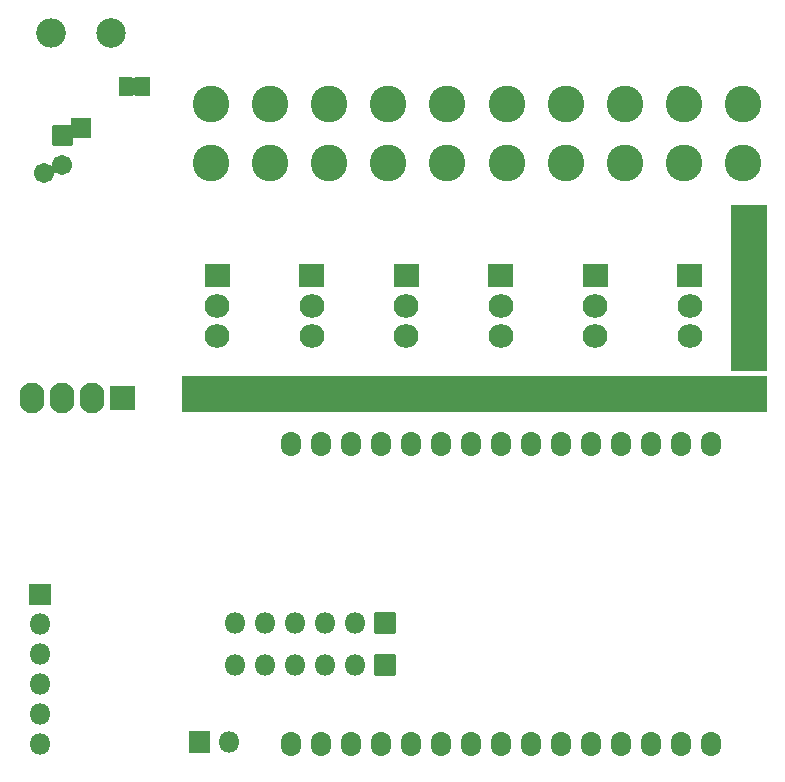
<source format=gbr>
%TF.GenerationSoftware,KiCad,Pcbnew,(5.1.7)-1*%
%TF.CreationDate,2020-11-01T18:23:12+02:00*%
%TF.ProjectId,esp32_mc_dimmer,65737033-325f-46d6-935f-64696d6d6572,rev?*%
%TF.SameCoordinates,Original*%
%TF.FileFunction,Soldermask,Bot*%
%TF.FilePolarity,Negative*%
%FSLAX46Y46*%
G04 Gerber Fmt 4.6, Leading zero omitted, Abs format (unit mm)*
G04 Created by KiCad (PCBNEW (5.1.7)-1) date 2020-11-01 18:23:12*
%MOMM*%
%LPD*%
G01*
G04 APERTURE LIST*
%ADD10C,0.100000*%
%ADD11O,2.102000X2.602000*%
%ADD12C,3.102000*%
%ADD13O,1.702000X2.102000*%
%ADD14C,1.702000*%
%ADD15O,1.802000X1.802000*%
%ADD16O,2.502000X2.502000*%
%ADD17C,2.502000*%
%ADD18O,2.102000X2.007000*%
G04 APERTURE END LIST*
D10*
G36*
X188500000Y-100500000D02*
G01*
X185500000Y-100500000D01*
X185500000Y-86500000D01*
X188500000Y-86500000D01*
X188500000Y-100500000D01*
G37*
X188500000Y-100500000D02*
X185500000Y-100500000D01*
X185500000Y-86500000D01*
X188500000Y-86500000D01*
X188500000Y-100500000D01*
G36*
X188500000Y-104000000D02*
G01*
X139000000Y-104000000D01*
X139000000Y-101000000D01*
X188500000Y-101000000D01*
X188500000Y-104000000D01*
G37*
X188500000Y-104000000D02*
X139000000Y-104000000D01*
X139000000Y-101000000D01*
X188500000Y-101000000D01*
X188500000Y-104000000D01*
G36*
X188500000Y-100500000D02*
G01*
X185500000Y-100500000D01*
X185500000Y-86500000D01*
X188500000Y-86500000D01*
X188500000Y-100500000D01*
G37*
X188500000Y-100500000D02*
X185500000Y-100500000D01*
X185500000Y-86500000D01*
X188500000Y-86500000D01*
X188500000Y-100500000D01*
G36*
X188500000Y-104000000D02*
G01*
X139000000Y-104000000D01*
X139000000Y-101000000D01*
X188500000Y-101000000D01*
X188500000Y-104000000D01*
G37*
X188500000Y-104000000D02*
X139000000Y-104000000D01*
X139000000Y-101000000D01*
X188500000Y-101000000D01*
X188500000Y-104000000D01*
G36*
G01*
X132985000Y-101819000D02*
X134985000Y-101819000D01*
G75*
G02*
X135036000Y-101870000I0J-51000D01*
G01*
X135036000Y-103870000D01*
G75*
G02*
X134985000Y-103921000I-51000J0D01*
G01*
X132985000Y-103921000D01*
G75*
G02*
X132934000Y-103870000I0J51000D01*
G01*
X132934000Y-101870000D01*
G75*
G02*
X132985000Y-101819000I51000J0D01*
G01*
G37*
D11*
X131445000Y-102870000D03*
X128905000Y-102870000D03*
X126365000Y-102870000D03*
D12*
X141500000Y-78000000D03*
X141500000Y-83000000D03*
X146500000Y-78000000D03*
X146500000Y-83000000D03*
X151500000Y-78000000D03*
X151500000Y-83000000D03*
X156500000Y-78000000D03*
X156500000Y-83000000D03*
X161500000Y-78000000D03*
X161500000Y-83000000D03*
X166500000Y-78000000D03*
X166500000Y-83000000D03*
X171500000Y-78000000D03*
X171500000Y-83000000D03*
X176500000Y-78000000D03*
X176500000Y-83000000D03*
X181500000Y-78000000D03*
X181500000Y-83000000D03*
X186500000Y-78000000D03*
X186500000Y-83000000D03*
D13*
X148220000Y-106800000D03*
X148220000Y-132200000D03*
X150760000Y-106800000D03*
X150760000Y-132200000D03*
X153300000Y-106800000D03*
X153300000Y-132200000D03*
X155840000Y-106800000D03*
X155840000Y-132200000D03*
X158380000Y-106800000D03*
X158380000Y-132200000D03*
X160920000Y-106800000D03*
X160920000Y-132200000D03*
X163460000Y-106800000D03*
X163460000Y-132200000D03*
X166000000Y-106800000D03*
X166000000Y-132200000D03*
X168540000Y-106800000D03*
X168540000Y-132200000D03*
X171080000Y-106800000D03*
X171080000Y-132200000D03*
X173620000Y-106800000D03*
X173620000Y-132200000D03*
X176160000Y-106800000D03*
X176160000Y-132200000D03*
X178700000Y-106800000D03*
X178700000Y-132200000D03*
X181240000Y-106800000D03*
X181240000Y-132200000D03*
X183780000Y-106800000D03*
X183780000Y-132200000D03*
D14*
X127305000Y-83815937D03*
G36*
G01*
X129705000Y-79123063D02*
X131305000Y-79123063D01*
G75*
G02*
X131356000Y-79174063I0J-51000D01*
G01*
X131356000Y-80774063D01*
G75*
G02*
X131305000Y-80825063I-51000J0D01*
G01*
X129705000Y-80825063D01*
G75*
G02*
X129654000Y-80774063I0J51000D01*
G01*
X129654000Y-79174063D01*
G75*
G02*
X129705000Y-79123063I51000J0D01*
G01*
G37*
X128905000Y-83145000D03*
G36*
G01*
X128105000Y-79794000D02*
X129705000Y-79794000D01*
G75*
G02*
X129756000Y-79845000I0J-51000D01*
G01*
X129756000Y-81445000D01*
G75*
G02*
X129705000Y-81496000I-51000J0D01*
G01*
X128105000Y-81496000D01*
G75*
G02*
X128054000Y-81445000I0J51000D01*
G01*
X128054000Y-79845000D01*
G75*
G02*
X128105000Y-79794000I51000J0D01*
G01*
G37*
D15*
X143510000Y-121920000D03*
X146050000Y-121920000D03*
X148590000Y-121920000D03*
X151130000Y-121920000D03*
X153670000Y-121920000D03*
G36*
G01*
X155360000Y-121019000D02*
X157060000Y-121019000D01*
G75*
G02*
X157111000Y-121070000I0J-51000D01*
G01*
X157111000Y-122770000D01*
G75*
G02*
X157060000Y-122821000I-51000J0D01*
G01*
X155360000Y-122821000D01*
G75*
G02*
X155309000Y-122770000I0J51000D01*
G01*
X155309000Y-121070000D01*
G75*
G02*
X155360000Y-121019000I51000J0D01*
G01*
G37*
X143510000Y-125476000D03*
X146050000Y-125476000D03*
X148590000Y-125476000D03*
X151130000Y-125476000D03*
X153670000Y-125476000D03*
G36*
G01*
X155360000Y-124575000D02*
X157060000Y-124575000D01*
G75*
G02*
X157111000Y-124626000I0J-51000D01*
G01*
X157111000Y-126326000D01*
G75*
G02*
X157060000Y-126377000I-51000J0D01*
G01*
X155360000Y-126377000D01*
G75*
G02*
X155309000Y-126326000I0J51000D01*
G01*
X155309000Y-124626000D01*
G75*
G02*
X155360000Y-124575000I51000J0D01*
G01*
G37*
X143040000Y-132000000D03*
G36*
G01*
X141350000Y-132901000D02*
X139650000Y-132901000D01*
G75*
G02*
X139599000Y-132850000I0J51000D01*
G01*
X139599000Y-131150000D01*
G75*
G02*
X139650000Y-131099000I51000J0D01*
G01*
X141350000Y-131099000D01*
G75*
G02*
X141401000Y-131150000I0J-51000D01*
G01*
X141401000Y-132850000D01*
G75*
G02*
X141350000Y-132901000I-51000J0D01*
G01*
G37*
D16*
X127920000Y-72000000D03*
D17*
X133000000Y-72000000D03*
D10*
G36*
X134784950Y-75699980D02*
G01*
X134794517Y-75702882D01*
X134803334Y-75707595D01*
X134811062Y-75713938D01*
X134817435Y-75721710D01*
X135317435Y-76471710D01*
X135322138Y-76480532D01*
X135325030Y-76490103D01*
X135326000Y-76500053D01*
X135325010Y-76510002D01*
X135322097Y-76519566D01*
X135317435Y-76528290D01*
X134817435Y-77278290D01*
X134811100Y-77286025D01*
X134803378Y-77292375D01*
X134794566Y-77297097D01*
X134785002Y-77300010D01*
X134775000Y-77301000D01*
X133775000Y-77301000D01*
X133765050Y-77300020D01*
X133755483Y-77297118D01*
X133746666Y-77292405D01*
X133738938Y-77286062D01*
X133732595Y-77278334D01*
X133727882Y-77269517D01*
X133724980Y-77259950D01*
X133724000Y-77250000D01*
X133724000Y-75750000D01*
X133724980Y-75740050D01*
X133727882Y-75730483D01*
X133732595Y-75721666D01*
X133738938Y-75713938D01*
X133746666Y-75707595D01*
X133755483Y-75702882D01*
X133765050Y-75699980D01*
X133775000Y-75699000D01*
X134775000Y-75699000D01*
X134784950Y-75699980D01*
G37*
G36*
X136234950Y-75699980D02*
G01*
X136244517Y-75702882D01*
X136253334Y-75707595D01*
X136261062Y-75713938D01*
X136267405Y-75721666D01*
X136272118Y-75730483D01*
X136275020Y-75740050D01*
X136276000Y-75750000D01*
X136276000Y-77250000D01*
X136275020Y-77259950D01*
X136272118Y-77269517D01*
X136267405Y-77278334D01*
X136261062Y-77286062D01*
X136253334Y-77292405D01*
X136244517Y-77297118D01*
X136234950Y-77300020D01*
X136225000Y-77301000D01*
X135075000Y-77301000D01*
X135065050Y-77300020D01*
X135055483Y-77297118D01*
X135046666Y-77292405D01*
X135038938Y-77286062D01*
X135032595Y-77278334D01*
X135027882Y-77269517D01*
X135024980Y-77259950D01*
X135024000Y-77250000D01*
X135024980Y-77240050D01*
X135027882Y-77230483D01*
X135032565Y-77221710D01*
X135513705Y-76500000D01*
X135032565Y-75778290D01*
X135027862Y-75769468D01*
X135024970Y-75759897D01*
X135024000Y-75749947D01*
X135024990Y-75739998D01*
X135027903Y-75730434D01*
X135032625Y-75721622D01*
X135038975Y-75713900D01*
X135046710Y-75707565D01*
X135055532Y-75702862D01*
X135065103Y-75699970D01*
X135075000Y-75699000D01*
X136225000Y-75699000D01*
X136234950Y-75699980D01*
G37*
D18*
X182000000Y-97580000D03*
X182000000Y-95040000D03*
G36*
G01*
X181000000Y-91496500D02*
X183000000Y-91496500D01*
G75*
G02*
X183051000Y-91547500I0J-51000D01*
G01*
X183051000Y-93452500D01*
G75*
G02*
X183000000Y-93503500I-51000J0D01*
G01*
X181000000Y-93503500D01*
G75*
G02*
X180949000Y-93452500I0J51000D01*
G01*
X180949000Y-91547500D01*
G75*
G02*
X181000000Y-91496500I51000J0D01*
G01*
G37*
X174000000Y-97580000D03*
X174000000Y-95040000D03*
G36*
G01*
X173000000Y-91496500D02*
X175000000Y-91496500D01*
G75*
G02*
X175051000Y-91547500I0J-51000D01*
G01*
X175051000Y-93452500D01*
G75*
G02*
X175000000Y-93503500I-51000J0D01*
G01*
X173000000Y-93503500D01*
G75*
G02*
X172949000Y-93452500I0J51000D01*
G01*
X172949000Y-91547500D01*
G75*
G02*
X173000000Y-91496500I51000J0D01*
G01*
G37*
X166000000Y-97580000D03*
X166000000Y-95040000D03*
G36*
G01*
X165000000Y-91496500D02*
X167000000Y-91496500D01*
G75*
G02*
X167051000Y-91547500I0J-51000D01*
G01*
X167051000Y-93452500D01*
G75*
G02*
X167000000Y-93503500I-51000J0D01*
G01*
X165000000Y-93503500D01*
G75*
G02*
X164949000Y-93452500I0J51000D01*
G01*
X164949000Y-91547500D01*
G75*
G02*
X165000000Y-91496500I51000J0D01*
G01*
G37*
X158000000Y-97580000D03*
X158000000Y-95040000D03*
G36*
G01*
X157000000Y-91496500D02*
X159000000Y-91496500D01*
G75*
G02*
X159051000Y-91547500I0J-51000D01*
G01*
X159051000Y-93452500D01*
G75*
G02*
X159000000Y-93503500I-51000J0D01*
G01*
X157000000Y-93503500D01*
G75*
G02*
X156949000Y-93452500I0J51000D01*
G01*
X156949000Y-91547500D01*
G75*
G02*
X157000000Y-91496500I51000J0D01*
G01*
G37*
X150000000Y-97580000D03*
X150000000Y-95040000D03*
G36*
G01*
X149000000Y-91496500D02*
X151000000Y-91496500D01*
G75*
G02*
X151051000Y-91547500I0J-51000D01*
G01*
X151051000Y-93452500D01*
G75*
G02*
X151000000Y-93503500I-51000J0D01*
G01*
X149000000Y-93503500D01*
G75*
G02*
X148949000Y-93452500I0J51000D01*
G01*
X148949000Y-91547500D01*
G75*
G02*
X149000000Y-91496500I51000J0D01*
G01*
G37*
X142000000Y-97580000D03*
X142000000Y-95040000D03*
G36*
G01*
X141000000Y-91496500D02*
X143000000Y-91496500D01*
G75*
G02*
X143051000Y-91547500I0J-51000D01*
G01*
X143051000Y-93452500D01*
G75*
G02*
X143000000Y-93503500I-51000J0D01*
G01*
X141000000Y-93503500D01*
G75*
G02*
X140949000Y-93452500I0J51000D01*
G01*
X140949000Y-91547500D01*
G75*
G02*
X141000000Y-91496500I51000J0D01*
G01*
G37*
D15*
X127000000Y-132200000D03*
X127000000Y-129660000D03*
X127000000Y-127120000D03*
X127000000Y-124580000D03*
X127000000Y-122040000D03*
G36*
G01*
X126099000Y-120350000D02*
X126099000Y-118650000D01*
G75*
G02*
X126150000Y-118599000I51000J0D01*
G01*
X127850000Y-118599000D01*
G75*
G02*
X127901000Y-118650000I0J-51000D01*
G01*
X127901000Y-120350000D01*
G75*
G02*
X127850000Y-120401000I-51000J0D01*
G01*
X126150000Y-120401000D01*
G75*
G02*
X126099000Y-120350000I0J51000D01*
G01*
G37*
D10*
G36*
X128059263Y-83075500D02*
G01*
X128060098Y-83077126D01*
X128060098Y-83228214D01*
X128092568Y-83391450D01*
X128156258Y-83545212D01*
X128248722Y-83683595D01*
X128361345Y-83796218D01*
X128361863Y-83798150D01*
X128360449Y-83799564D01*
X128358662Y-83799178D01*
X128344629Y-83787661D01*
X128323365Y-83776296D01*
X128300290Y-83769296D01*
X128276299Y-83766933D01*
X128252308Y-83769296D01*
X128229233Y-83776296D01*
X128207969Y-83787661D01*
X128189332Y-83802956D01*
X128174037Y-83821593D01*
X128162672Y-83842857D01*
X128155672Y-83865932D01*
X128153892Y-83884007D01*
X128152727Y-83885633D01*
X128150737Y-83885437D01*
X128149902Y-83883811D01*
X128149902Y-83732723D01*
X128117432Y-83569487D01*
X128053742Y-83415725D01*
X127961278Y-83277342D01*
X127848655Y-83164719D01*
X127848137Y-83162787D01*
X127849551Y-83161373D01*
X127851338Y-83161759D01*
X127865371Y-83173276D01*
X127886635Y-83184641D01*
X127909710Y-83191641D01*
X127933701Y-83194004D01*
X127957692Y-83191641D01*
X127980767Y-83184641D01*
X128002031Y-83173276D01*
X128020668Y-83157981D01*
X128035963Y-83139344D01*
X128047328Y-83118080D01*
X128054328Y-83095005D01*
X128056108Y-83076930D01*
X128057273Y-83075304D01*
X128059263Y-83075500D01*
G37*
G36*
X135033041Y-75723638D02*
G01*
X135032931Y-75725286D01*
X135029758Y-75731207D01*
X135026960Y-75740392D01*
X135026010Y-75749946D01*
X135026942Y-75759507D01*
X135029720Y-75768702D01*
X135034286Y-75777267D01*
X135515369Y-76498891D01*
X135515369Y-76501109D01*
X135034283Y-77222737D01*
X135029740Y-77231249D01*
X135026950Y-77240445D01*
X135026009Y-77250000D01*
X135026950Y-77259555D01*
X135029739Y-77268748D01*
X135032904Y-77274668D01*
X135032838Y-77276667D01*
X135031075Y-77277610D01*
X135029594Y-77276880D01*
X135028125Y-77275091D01*
X135028008Y-77274933D01*
X135020474Y-77263657D01*
X135003426Y-77246611D01*
X134983379Y-77233216D01*
X134961105Y-77223990D01*
X134937455Y-77219286D01*
X134913349Y-77219286D01*
X134889698Y-77223991D01*
X134867425Y-77233217D01*
X134847377Y-77246612D01*
X134830298Y-77263693D01*
X134823010Y-77273529D01*
X134821175Y-77274325D01*
X134819568Y-77273134D01*
X134819739Y-77271229D01*
X135315714Y-76527266D01*
X135320241Y-76518794D01*
X135323040Y-76509608D01*
X135323990Y-76500053D01*
X135323058Y-76490493D01*
X135320280Y-76481298D01*
X135315714Y-76472733D01*
X134819741Y-75728774D01*
X134819612Y-75726779D01*
X134821276Y-75725669D01*
X134822952Y-75726398D01*
X134838351Y-75745202D01*
X134856973Y-75760517D01*
X134878227Y-75771907D01*
X134901290Y-75778930D01*
X134925278Y-75781317D01*
X134949282Y-75778979D01*
X134972354Y-75772006D01*
X134993635Y-75760659D01*
X135012247Y-75745418D01*
X135023579Y-75730171D01*
X135023896Y-75730034D01*
X135029623Y-75723071D01*
X135031496Y-75722368D01*
X135033041Y-75723638D01*
G37*
M02*

</source>
